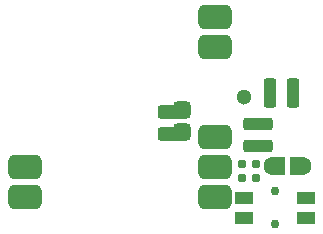
<source format=gbr>
%TF.GenerationSoftware,KiCad,Pcbnew,9.0.1-9.0.1-0~ubuntu22.04.1*%
%TF.CreationDate,2025-05-27T18:32:29-04:00*%
%TF.ProjectId,Omi-Glass-DevKit,4f6d692d-476c-4617-9373-2d4465764b69,rev?*%
%TF.SameCoordinates,Original*%
%TF.FileFunction,Soldermask,Top*%
%TF.FilePolarity,Negative*%
%FSLAX46Y46*%
G04 Gerber Fmt 4.6, Leading zero omitted, Abs format (unit mm)*
G04 Created by KiCad (PCBNEW 9.0.1-9.0.1-0~ubuntu22.04.1) date 2025-05-27 18:32:29*
%MOMM*%
%LPD*%
G01*
G04 APERTURE LIST*
G04 Aperture macros list*
%AMRoundRect*
0 Rectangle with rounded corners*
0 $1 Rounding radius*
0 $2 $3 $4 $5 $6 $7 $8 $9 X,Y pos of 4 corners*
0 Add a 4 corners polygon primitive as box body*
4,1,4,$2,$3,$4,$5,$6,$7,$8,$9,$2,$3,0*
0 Add four circle primitives for the rounded corners*
1,1,$1+$1,$2,$3*
1,1,$1+$1,$4,$5*
1,1,$1+$1,$6,$7*
1,1,$1+$1,$8,$9*
0 Add four rect primitives between the rounded corners*
20,1,$1+$1,$2,$3,$4,$5,0*
20,1,$1+$1,$4,$5,$6,$7,0*
20,1,$1+$1,$6,$7,$8,$9,0*
20,1,$1+$1,$8,$9,$2,$3,0*%
G04 Aperture macros list end*
%ADD10RoundRect,0.375000X0.375000X-0.375000X0.375000X0.375000X-0.375000X0.375000X-0.375000X-0.375000X0*%
%ADD11RoundRect,0.300400X-1.000400X-0.300400X1.000400X-0.300400X1.000400X0.300400X-1.000400X0.300400X0*%
%ADD12RoundRect,0.525400X0.900400X0.525400X-0.900400X0.525400X-0.900400X-0.525400X0.900400X-0.525400X0*%
%ADD13C,1.901600*%
%ADD14C,0.750000*%
%ADD15R,1.550000X1.000000*%
%ADD16C,1.300000*%
%ADD17C,1.600000*%
%ADD18R,1.000000X1.600000*%
%ADD19RoundRect,0.275000X0.975000X-0.275000X0.975000X0.275000X-0.975000X0.275000X-0.975000X-0.275000X0*%
%ADD20RoundRect,0.275000X-0.275000X-0.975000X0.275000X-0.975000X0.275000X0.975000X-0.275000X0.975000X0*%
%ADD21RoundRect,0.160000X0.197500X0.160000X-0.197500X0.160000X-0.197500X-0.160000X0.197500X-0.160000X0*%
%ADD22RoundRect,0.160000X-0.197500X-0.160000X0.197500X-0.160000X0.197500X0.160000X-0.197500X0.160000X0*%
G04 APERTURE END LIST*
D10*
%TO.C,J2*%
X5250000Y-160000D03*
X5250000Y-2065000D03*
%TD*%
D11*
%TO.C,U3*%
X4451364Y-2240000D03*
X4451364Y-335000D03*
D12*
X-8103636Y-7573000D03*
D13*
X-7620000Y-7573000D03*
D12*
X-8103636Y-5033000D03*
D13*
X-7620000Y-5033000D03*
X7620000Y7667000D03*
D12*
X8061364Y7667000D03*
D13*
X7620000Y5127000D03*
D12*
X8061364Y5127000D03*
D13*
X7620000Y-2493000D03*
D12*
X8061364Y-2493000D03*
D13*
X7620000Y-5033000D03*
D12*
X8061364Y-5033000D03*
D13*
X7620000Y-7573000D03*
D12*
X8061364Y-7573000D03*
%TD*%
D14*
%TO.C,SW1*%
X13100000Y-9825000D03*
X13100000Y-7075000D03*
D15*
X15725000Y-9300000D03*
X10475000Y-9300000D03*
X15725000Y-7600000D03*
X10475000Y-7600000D03*
%TD*%
D16*
%TO.C,REF\u002A\u002A*%
X10490000Y930000D03*
%TD*%
D17*
%TO.C,TH1*%
X15400000Y-4950000D03*
D18*
X14900000Y-4950000D03*
X13400000Y-4950000D03*
D17*
X12900000Y-4950000D03*
%TD*%
D19*
%TO.C,J2*%
X11625000Y-3227500D03*
X11625000Y-1322500D03*
%TD*%
D20*
%TO.C,J1*%
X12687300Y1300000D03*
X14592300Y1300000D03*
%TD*%
D21*
%TO.C,R1*%
X11472500Y-4775000D03*
X10277500Y-4775000D03*
%TD*%
D22*
%TO.C,R2*%
X10277500Y-5925000D03*
X11472500Y-5925000D03*
%TD*%
M02*

</source>
